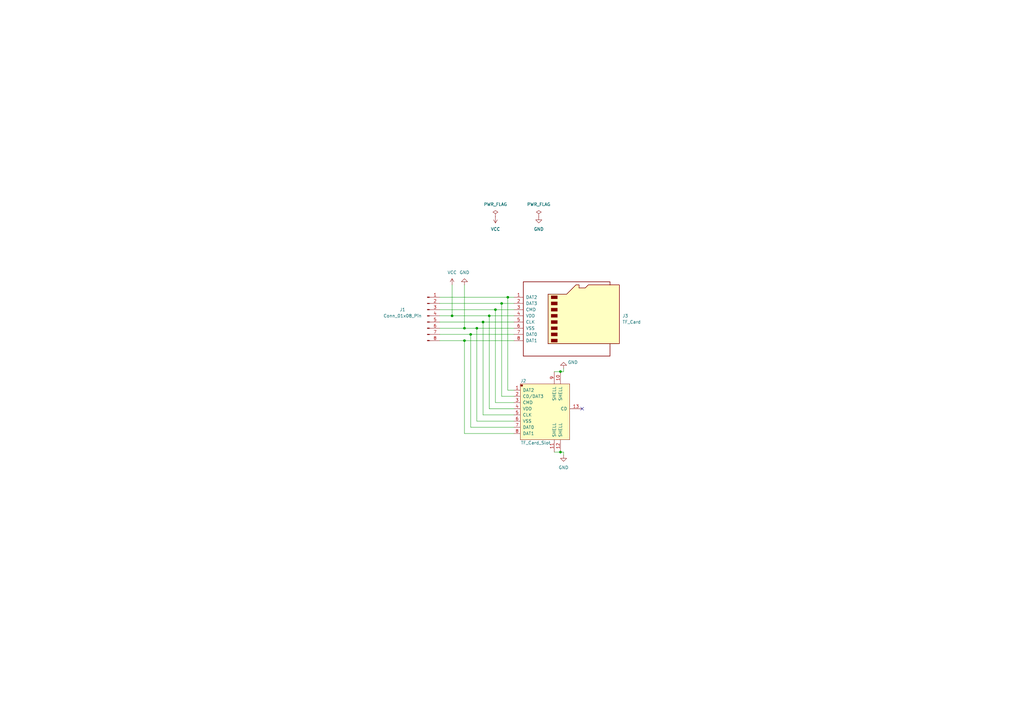
<source format=kicad_sch>
(kicad_sch (version 20230121) (generator eeschema)
  (paper "A3")
  (title_block (title "TF-Card_Extension_Adapter") (date "2023-08-28") (rev "1.0"))
  (lib_symbols
    (symbol "Connector:Conn_01x08_Pin" (pin_names (offset 1.016) hide)
      (property "Reference" "J" (at 0 10.16 0))
      (property "Value" "Conn_01x08_Pin" (at 0 -12.7 0))
      (symbol "Conn_01x08_Pin_1_1"
        (polyline (pts (xy 1.27 -10.16) (xy 0.8636 -10.16)) (stroke (width 0.1524)))
        (polyline (pts (xy 1.27 -7.62) (xy 0.8636 -7.62)) (stroke (width 0.1524)))
        (polyline (pts (xy 1.27 -5.08) (xy 0.8636 -5.08)) (stroke (width 0.1524)))
        (polyline (pts (xy 1.27 -2.54) (xy 0.8636 -2.54)) (stroke (width 0.1524)))
        (polyline (pts (xy 1.27 0) (xy 0.8636 0)) (stroke (width 0.1524)))
        (polyline (pts (xy 1.27 2.54) (xy 0.8636 2.54)) (stroke (width 0.1524)))
        (polyline (pts (xy 1.27 5.08) (xy 0.8636 5.08)) (stroke (width 0.1524)))
        (polyline (pts (xy 1.27 7.62) (xy 0.8636 7.62)) (stroke (width 0.1524)))
        (rectangle (start 0.8636 -10.033) (end 0 -10.287) (stroke (width 0.1524)) (fill (type outline)))
        (rectangle (start 0.8636 -7.493) (end 0 -7.747) (stroke (width 0.1524)) (fill (type outline)))
        (rectangle (start 0.8636 -4.953) (end 0 -5.207) (stroke (width 0.1524)) (fill (type outline)))
        (rectangle (start 0.8636 -2.413) (end 0 -2.667) (stroke (width 0.1524)) (fill (type outline)))
        (rectangle (start 0.8636 0.127) (end 0 -0.127) (stroke (width 0.1524)) (fill (type outline)))
        (rectangle (start 0.8636 2.667) (end 0 2.413) (stroke (width 0.1524)) (fill (type outline)))
        (rectangle (start 0.8636 5.207) (end 0 4.953) (stroke (width 0.1524)) (fill (type outline)))
        (rectangle (start 0.8636 7.747) (end 0 7.493) (stroke (width 0.1524)) (fill (type outline)))
        (pin passive line (at 5.08 7.62 180) (length 3.81) (name "Pin_1") (number "1"))
        (pin passive line (at 5.08 5.08 180) (length 3.81) (name "Pin_2") (number "2"))
        (pin passive line (at 5.08 2.54 180) (length 3.81) (name "Pin_3") (number "3"))
        (pin passive line (at 5.08 0 180) (length 3.81) (name "Pin_4") (number "4"))
        (pin passive line (at 5.08 -2.54 180) (length 3.81) (name "Pin_5") (number "5"))
        (pin passive line (at 5.08 -5.08 180) (length 3.81) (name "Pin_6") (number "6"))
        (pin passive line (at 5.08 -7.62 180) (length 3.81) (name "Pin_7") (number "7"))
        (pin passive line (at 5.08 -10.16 180) (length 3.81) (name "Pin_8") (number "8"))
      )
    )
    (symbol "Custom_Libs:TF_Card" (pin_names (offset 1.016))
      (property "Reference" "J" (at -16.51 15.24 0))
      (property "Value" "TF_Card" (at 16.51 15.24 0))
      (symbol "TF_Card_0_1"
        (rectangle (start -7.62 -9.525) (end -5.08 -10.795) (fill (type outline)))
        (rectangle (start -7.62 -6.985) (end -5.08 -8.255) (fill (type outline)))
        (rectangle (start -7.62 -4.445) (end -5.08 -5.715) (fill (type outline)))
        (rectangle (start -7.62 -1.905) (end -5.08 -3.175) (fill (type outline)))
        (rectangle (start -7.62 0.635) (end -5.08 -0.635) (fill (type outline)))
        (rectangle (start -7.62 3.175) (end -5.08 1.905) (fill (type outline)))
        (rectangle (start -7.62 5.715) (end -5.08 4.445) (fill (type outline)))
        (rectangle (start -7.62 8.255) (end -5.08 6.985) (fill (type outline)))
        (polyline (pts (xy 16.51 12.7) (xy 16.51 13.97) (xy -19.05 13.97) (xy -19.05 -16.51) (xy 16.51 -16.51) (xy 16.51 -11.43)) (stroke (width 0.254)))
        (polyline (pts (xy -8.89 -11.43) (xy -8.89 8.89) (xy -1.27 8.89) (xy 2.54 12.7) (xy 3.81 12.7) (xy 3.81 11.43) (xy 6.35 11.43) (xy 7.62 12.7) (xy 20.32 12.7) (xy 20.32 -11.43) (xy -8.89 -11.43)) (stroke (width 0.254)) (fill (type background)))
      )
      (symbol "TF_Card_1_1"
        (pin bidirectional line (at -22.86 7.62 0) (length 3.81) (name "DAT2") (number "1"))
        (pin bidirectional line (at -22.86 5.08 0) (length 3.81) (name "DAT3") (number "2"))
        (pin input line (at -22.86 2.54 0) (length 3.81) (name "CMD") (number "3"))
        (pin power_in line (at -22.86 0 0) (length 3.81) (name "VDD") (number "4"))
        (pin input line (at -22.86 -2.54 0) (length 3.81) (name "CLK") (number "5"))
        (pin power_in line (at -22.86 -5.08 0) (length 3.81) (name "VSS") (number "6"))
        (pin bidirectional line (at -22.86 -7.62 0) (length 3.81) (name "DAT0") (number "7"))
        (pin bidirectional line (at -22.86 -10.16 0) (length 3.81) (name "DAT1") (number "8"))
      )
    )
    (symbol "Custom_Libs:TF_Card_Slot" (pin_names (offset 1.016))
      (property "Reference" "TF_Card_Slot" (at -1.27 11.43 0))
      (property "Value" "TF_Card_Slot" (at -1.27 -13.97 0))
      (symbol "TF_Card_Slot_1_1"
        (rectangle (start -7.62 10.16) (end 12.7 -12.7) (stroke (width 0.1524)) (fill (type background)))
        (circle (center -6.985 9.525) (radius 0.381) (stroke (width 0.1524)) (fill (type outline)))
        (pin input line (at -10.16 7.62 0) (length 2.54) (name "DAT2") (number "1"))
        (pin input line (at 8.89 15.24 270) (length 5.08) (name "SHELL") (number "10"))
        (pin input line (at 6.35 -17.78 90) (length 5.08) (name "SHELL") (number "11"))
        (pin input line (at 8.89 -17.78 90) (length 5.08) (name "SHELL") (number "12"))
        (pin input line (at 17.78 0 180) (length 5.08) (name "CD") (number "13"))
        (pin input line (at -10.16 5.08 0) (length 2.54) (name "CD/DAT3") (number "2"))
        (pin input line (at -10.16 2.54 0) (length 2.54) (name "CMD") (number "3"))
        (pin input line (at -10.16 0 0) (length 2.54) (name "VDD") (number "4"))
        (pin input line (at -10.16 -2.54 0) (length 2.54) (name "CLK") (number "5"))
        (pin input line (at -10.16 -5.08 0) (length 2.54) (name "VSS") (number "6"))
        (pin input line (at -10.16 -7.62 0) (length 2.54) (name "DAT0") (number "7"))
        (pin input line (at -10.16 -10.16 0) (length 2.54) (name "DAT1") (number "8"))
        (pin input line (at 6.35 15.24 270) (length 5.08) (name "SHELL") (number "9"))
      )
    )
    (symbol "power:GND" (power) (pin_names (offset 0))
      (property "Value" "GND" (at 0 -3.81 0))
      (symbol "GND_0_1"
        (polyline (pts (xy 0 0) (xy 0 -1.27) (xy 1.27 -1.27) (xy 0 -2.54) (xy -1.27 -1.27) (xy 0 -1.27)))
      )
      (symbol "GND_1_1"
        (pin power_in line (at 0 0 270) (length 0) hide (name "GND") (number "1"))
      )
    )
    (symbol "power:PWR_FLAG" (power) (pin_numbers hide) (pin_names (offset 0) hide)
      (property "Value" "PWR_FLAG" (at 0 3.81 0))
      (symbol "PWR_FLAG_0_0"
        (pin power_out line (at 0 0 90) (length 0) (name "pwr") (number "1"))
      )
      (symbol "PWR_FLAG_0_1"
        (polyline (pts (xy 0 0) (xy 0 1.27) (xy -1.016 1.905) (xy 0 2.54) (xy 1.016 1.905) (xy 0 1.27)))
      )
    )
    (symbol "power:VCC" (power) (pin_names (offset 0))
      (property "Value" "VCC" (at 0 3.81 0))
      (symbol "VCC_0_1"
        (polyline (pts (xy -0.762 1.27) (xy 0 2.54)))
        (polyline (pts (xy 0 0) (xy 0 2.54)))
        (polyline (pts (xy 0 2.54) (xy 0.762 1.27)))
      )
      (symbol "VCC_1_1"
        (pin power_in line (at 0 0 90) (length 0) hide (name "VCC") (number "1"))
      )
    )
  )
  (junction (at 208.28 121.92))
  (junction (at 198.12 132.08))
  (junction (at 229.87 185.42))
  (junction (at 193.04 137.16))
  (junction (at 185.42 129.54))
  (junction (at 205.74 124.46))
  (junction (at 195.58 134.62))
  (junction (at 203.2 127))
  (junction (at 190.5 134.62))
  (junction (at 200.66 129.54))
  (junction (at 229.87 152.4))
  (junction (at 190.5 139.7))
  (no_connect (at 238.76 167.64))
  (wire (pts (xy 198.12 170.18) (xy 210.82 170.18)))
  (wire (pts (xy 190.5 134.62) (xy 195.58 134.62)))
  (wire (pts (xy 193.04 137.16) (xy 193.04 175.26)))
  (wire (pts (xy 190.5 177.8) (xy 210.82 177.8)))
  (wire (pts (xy 229.87 185.42) (xy 231.14 185.42)))
  (wire (pts (xy 180.34 134.62) (xy 190.5 134.62)))
  (wire (pts (xy 231.14 152.4) (xy 231.14 151.13)))
  (wire (pts (xy 190.5 139.7) (xy 210.82 139.7)))
  (wire (pts (xy 205.74 124.46) (xy 210.82 124.46)))
  (wire (pts (xy 180.34 132.08) (xy 198.12 132.08)))
  (wire (pts (xy 203.2 165.1) (xy 210.82 165.1)))
  (wire (pts (xy 200.66 129.54) (xy 200.66 167.64)))
  (wire (pts (xy 205.74 124.46) (xy 205.74 162.56)))
  (wire (pts (xy 198.12 132.08) (xy 198.12 170.18)))
  (wire (pts (xy 198.12 132.08) (xy 210.82 132.08)))
  (wire (pts (xy 180.34 127) (xy 203.2 127)))
  (wire (pts (xy 180.34 129.54) (xy 185.42 129.54)))
  (wire (pts (xy 190.5 116.84) (xy 190.5 134.62)))
  (wire (pts (xy 195.58 172.72) (xy 210.82 172.72)))
  (wire (pts (xy 180.34 124.46) (xy 205.74 124.46)))
  (wire (pts (xy 203.2 127) (xy 203.2 165.1)))
  (wire (pts (xy 200.66 167.64) (xy 210.82 167.64)))
  (wire (pts (xy 227.33 152.4) (xy 229.87 152.4)))
  (wire (pts (xy 185.42 116.84) (xy 185.42 129.54)))
  (wire (pts (xy 208.28 121.92) (xy 208.28 160.02)))
  (wire (pts (xy 180.34 137.16) (xy 193.04 137.16)))
  (wire (pts (xy 208.28 121.92) (xy 210.82 121.92)))
  (wire (pts (xy 203.2 127) (xy 210.82 127)))
  (wire (pts (xy 190.5 139.7) (xy 190.5 177.8)))
  (wire (pts (xy 227.33 185.42) (xy 229.87 185.42)))
  (wire (pts (xy 195.58 134.62) (xy 210.82 134.62)))
  (wire (pts (xy 185.42 129.54) (xy 200.66 129.54)))
  (wire (pts (xy 180.34 121.92) (xy 208.28 121.92)))
  (wire (pts (xy 180.34 139.7) (xy 190.5 139.7)))
  (wire (pts (xy 231.14 185.42) (xy 231.14 186.69)))
  (wire (pts (xy 193.04 137.16) (xy 210.82 137.16)))
  (wire (pts (xy 208.28 160.02) (xy 210.82 160.02)))
  (wire (pts (xy 195.58 134.62) (xy 195.58 172.72)))
  (wire (pts (xy 229.87 152.4) (xy 231.14 152.4)))
  (wire (pts (xy 200.66 129.54) (xy 210.82 129.54)))
  (wire (pts (xy 205.74 162.56) (xy 210.82 162.56)))
  (wire (pts (xy 193.04 175.26) (xy 210.82 175.26)))
  (symbol (lib_id "power:GND") (at 231.14 186.69 0) (unit 1)
    (property "Reference" "#PWR06" (effects hide))
    (property "Value" "GND" (at 231.14 191.77 0))
  )
  (symbol (lib_id "Custom_Libs:TF_Card") (at 233.68 129.54 0) (unit 1)
    (property "Reference" "J3" (at 255.27 129.54 0) (effects (justify left)))
    (property "Value" "TF_Card" (at 255.27 132.08 0) (effects (justify left)))
    (property "Footprint" "Custom_Libs:TFCARD" (effects hide))
  )
  (symbol (lib_id "power:PWR_FLAG") (at 203.2 88.9 0) (unit 1)
    (property "Reference" "#FLG01" (effects hide))
    (property "Value" "PWR_FLAG" (at 203.2 83.82 0))
  )
  (symbol (lib_id "power:VCC") (at 185.42 116.84 0) (unit 1)
    (property "Reference" "#PWR01" (effects hide))
    (property "Value" "VCC" (at 185.42 111.76 0))
  )
  (symbol (lib_id "power:GND") (at 190.5 116.84 180) (unit 1)
    (property "Reference" "#PWR02" (effects hide))
    (property "Value" "GND" (at 190.5 111.76 0))
  )
  (symbol (lib_id "Connector:Conn_01x08_Pin") (at 175.26 129.54 0) (unit 1)
    (property "Reference" "J1" (at 165.1 127 0))
    (property "Value" "Conn_01x08_Pin" (at 165.1 129.54 0))
    (property "Footprint" "Connector_PinHeader_2.54mm:PinHeader_1x08_P2.54mm_Vertical" (effects hide))
  )
  (symbol (lib_id "power:GND") (at 231.14 151.13 180) (unit 1)
    (property "Reference" "#PWR05" (effects hide))
    (property "Value" "GND" (at 234.95 148.59 0))
  )
  (symbol (lib_id "Custom_Libs:TF_Card_Slot") (at 220.98 167.64 0) (unit 1)
    (property "Reference" "J2" (at 214.63 156.21 0))
    (property "Value" "TF_Card_Slot" (at 219.71 181.61 0))
    (property "Footprint" "Custom_Libs:TF-SMD_TF-101A-P3" (effects hide))
  )
  (symbol (lib_id "power:PWR_FLAG") (at 220.98 88.9 0) (unit 1)
    (property "Reference" "#FLG02" (effects hide))
    (property "Value" "PWR_FLAG" (at 220.98 83.82 0))
  )
  (symbol (lib_id "power:GND") (at 220.98 88.9 0) (unit 1)
    (property "Reference" "#PWR04" (effects hide))
    (property "Value" "GND" (at 220.98 93.98 0))
  )
  (symbol (lib_id "power:VCC") (at 203.2 88.9 180) (unit 1)
    (property "Reference" "#PWR03" (effects hide))
    (property "Value" "VCC" (at 203.2 93.98 0))
  )
)
</source>
